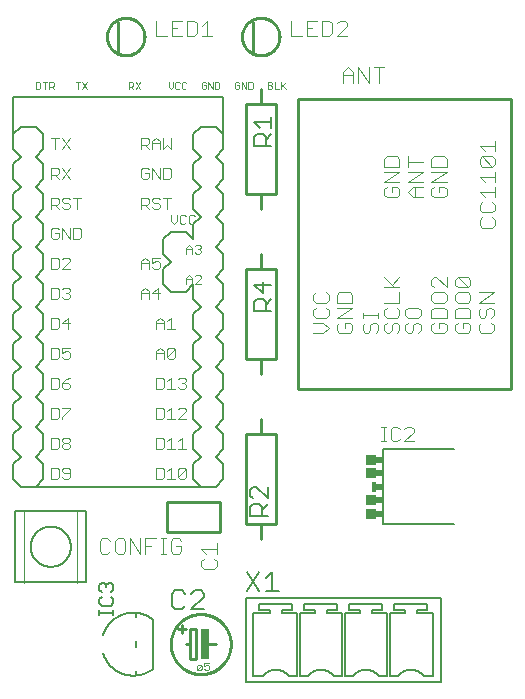
<source format=gto>
G75*
%MOIN*%
%OFA0B0*%
%FSLAX25Y25*%
%IPPOS*%
%LPD*%
%AMOC8*
5,1,8,0,0,1.08239X$1,22.5*
%
%ADD10C,0.00984*%
%ADD11C,0.00400*%
%ADD12C,0.01000*%
%ADD13C,0.00700*%
%ADD14C,0.00300*%
%ADD15R,0.02500X0.10000*%
%ADD16C,0.00787*%
%ADD17C,0.00394*%
%ADD18C,0.00800*%
%ADD19R,0.03150X0.02362*%
%ADD20R,0.03740X0.03543*%
%ADD21R,0.01378X0.03543*%
%ADD22C,0.00600*%
%ADD23C,0.00500*%
%ADD24C,0.00200*%
D10*
X0057935Y0056783D02*
X0075650Y0056787D01*
X0075650Y0066787D01*
X0057935Y0066783D01*
X0057935Y0056783D01*
X0063037Y0025537D02*
X0063037Y0023037D01*
X0061787Y0024287D02*
X0064287Y0024287D01*
X0059287Y0019287D02*
X0059290Y0019532D01*
X0059299Y0019778D01*
X0059314Y0020023D01*
X0059335Y0020267D01*
X0059362Y0020511D01*
X0059395Y0020754D01*
X0059434Y0020997D01*
X0059479Y0021238D01*
X0059530Y0021478D01*
X0059587Y0021717D01*
X0059649Y0021954D01*
X0059718Y0022190D01*
X0059792Y0022424D01*
X0059872Y0022656D01*
X0059957Y0022886D01*
X0060048Y0023114D01*
X0060145Y0023339D01*
X0060247Y0023563D01*
X0060355Y0023783D01*
X0060468Y0024001D01*
X0060586Y0024216D01*
X0060710Y0024428D01*
X0060838Y0024637D01*
X0060972Y0024843D01*
X0061111Y0025045D01*
X0061255Y0025244D01*
X0061404Y0025439D01*
X0061557Y0025631D01*
X0061715Y0025819D01*
X0061877Y0026003D01*
X0062045Y0026182D01*
X0062216Y0026358D01*
X0062392Y0026529D01*
X0062571Y0026697D01*
X0062755Y0026859D01*
X0062943Y0027017D01*
X0063135Y0027170D01*
X0063330Y0027319D01*
X0063529Y0027463D01*
X0063731Y0027602D01*
X0063937Y0027736D01*
X0064146Y0027864D01*
X0064358Y0027988D01*
X0064573Y0028106D01*
X0064791Y0028219D01*
X0065011Y0028327D01*
X0065235Y0028429D01*
X0065460Y0028526D01*
X0065688Y0028617D01*
X0065918Y0028702D01*
X0066150Y0028782D01*
X0066384Y0028856D01*
X0066620Y0028925D01*
X0066857Y0028987D01*
X0067096Y0029044D01*
X0067336Y0029095D01*
X0067577Y0029140D01*
X0067820Y0029179D01*
X0068063Y0029212D01*
X0068307Y0029239D01*
X0068551Y0029260D01*
X0068796Y0029275D01*
X0069042Y0029284D01*
X0069287Y0029287D01*
X0069532Y0029284D01*
X0069778Y0029275D01*
X0070023Y0029260D01*
X0070267Y0029239D01*
X0070511Y0029212D01*
X0070754Y0029179D01*
X0070997Y0029140D01*
X0071238Y0029095D01*
X0071478Y0029044D01*
X0071717Y0028987D01*
X0071954Y0028925D01*
X0072190Y0028856D01*
X0072424Y0028782D01*
X0072656Y0028702D01*
X0072886Y0028617D01*
X0073114Y0028526D01*
X0073339Y0028429D01*
X0073563Y0028327D01*
X0073783Y0028219D01*
X0074001Y0028106D01*
X0074216Y0027988D01*
X0074428Y0027864D01*
X0074637Y0027736D01*
X0074843Y0027602D01*
X0075045Y0027463D01*
X0075244Y0027319D01*
X0075439Y0027170D01*
X0075631Y0027017D01*
X0075819Y0026859D01*
X0076003Y0026697D01*
X0076182Y0026529D01*
X0076358Y0026358D01*
X0076529Y0026182D01*
X0076697Y0026003D01*
X0076859Y0025819D01*
X0077017Y0025631D01*
X0077170Y0025439D01*
X0077319Y0025244D01*
X0077463Y0025045D01*
X0077602Y0024843D01*
X0077736Y0024637D01*
X0077864Y0024428D01*
X0077988Y0024216D01*
X0078106Y0024001D01*
X0078219Y0023783D01*
X0078327Y0023563D01*
X0078429Y0023339D01*
X0078526Y0023114D01*
X0078617Y0022886D01*
X0078702Y0022656D01*
X0078782Y0022424D01*
X0078856Y0022190D01*
X0078925Y0021954D01*
X0078987Y0021717D01*
X0079044Y0021478D01*
X0079095Y0021238D01*
X0079140Y0020997D01*
X0079179Y0020754D01*
X0079212Y0020511D01*
X0079239Y0020267D01*
X0079260Y0020023D01*
X0079275Y0019778D01*
X0079284Y0019532D01*
X0079287Y0019287D01*
X0079284Y0019042D01*
X0079275Y0018796D01*
X0079260Y0018551D01*
X0079239Y0018307D01*
X0079212Y0018063D01*
X0079179Y0017820D01*
X0079140Y0017577D01*
X0079095Y0017336D01*
X0079044Y0017096D01*
X0078987Y0016857D01*
X0078925Y0016620D01*
X0078856Y0016384D01*
X0078782Y0016150D01*
X0078702Y0015918D01*
X0078617Y0015688D01*
X0078526Y0015460D01*
X0078429Y0015235D01*
X0078327Y0015011D01*
X0078219Y0014791D01*
X0078106Y0014573D01*
X0077988Y0014358D01*
X0077864Y0014146D01*
X0077736Y0013937D01*
X0077602Y0013731D01*
X0077463Y0013529D01*
X0077319Y0013330D01*
X0077170Y0013135D01*
X0077017Y0012943D01*
X0076859Y0012755D01*
X0076697Y0012571D01*
X0076529Y0012392D01*
X0076358Y0012216D01*
X0076182Y0012045D01*
X0076003Y0011877D01*
X0075819Y0011715D01*
X0075631Y0011557D01*
X0075439Y0011404D01*
X0075244Y0011255D01*
X0075045Y0011111D01*
X0074843Y0010972D01*
X0074637Y0010838D01*
X0074428Y0010710D01*
X0074216Y0010586D01*
X0074001Y0010468D01*
X0073783Y0010355D01*
X0073563Y0010247D01*
X0073339Y0010145D01*
X0073114Y0010048D01*
X0072886Y0009957D01*
X0072656Y0009872D01*
X0072424Y0009792D01*
X0072190Y0009718D01*
X0071954Y0009649D01*
X0071717Y0009587D01*
X0071478Y0009530D01*
X0071238Y0009479D01*
X0070997Y0009434D01*
X0070754Y0009395D01*
X0070511Y0009362D01*
X0070267Y0009335D01*
X0070023Y0009314D01*
X0069778Y0009299D01*
X0069532Y0009290D01*
X0069287Y0009287D01*
X0069042Y0009290D01*
X0068796Y0009299D01*
X0068551Y0009314D01*
X0068307Y0009335D01*
X0068063Y0009362D01*
X0067820Y0009395D01*
X0067577Y0009434D01*
X0067336Y0009479D01*
X0067096Y0009530D01*
X0066857Y0009587D01*
X0066620Y0009649D01*
X0066384Y0009718D01*
X0066150Y0009792D01*
X0065918Y0009872D01*
X0065688Y0009957D01*
X0065460Y0010048D01*
X0065235Y0010145D01*
X0065011Y0010247D01*
X0064791Y0010355D01*
X0064573Y0010468D01*
X0064358Y0010586D01*
X0064146Y0010710D01*
X0063937Y0010838D01*
X0063731Y0010972D01*
X0063529Y0011111D01*
X0063330Y0011255D01*
X0063135Y0011404D01*
X0062943Y0011557D01*
X0062755Y0011715D01*
X0062571Y0011877D01*
X0062392Y0012045D01*
X0062216Y0012216D01*
X0062045Y0012392D01*
X0061877Y0012571D01*
X0061715Y0012755D01*
X0061557Y0012943D01*
X0061404Y0013135D01*
X0061255Y0013330D01*
X0061111Y0013529D01*
X0060972Y0013731D01*
X0060838Y0013937D01*
X0060710Y0014146D01*
X0060586Y0014358D01*
X0060468Y0014573D01*
X0060355Y0014791D01*
X0060247Y0015011D01*
X0060145Y0015235D01*
X0060048Y0015460D01*
X0059957Y0015688D01*
X0059872Y0015918D01*
X0059792Y0016150D01*
X0059718Y0016384D01*
X0059649Y0016620D01*
X0059587Y0016857D01*
X0059530Y0017096D01*
X0059479Y0017336D01*
X0059434Y0017577D01*
X0059395Y0017820D01*
X0059362Y0018063D01*
X0059335Y0018307D01*
X0059314Y0018551D01*
X0059299Y0018796D01*
X0059290Y0019042D01*
X0059287Y0019287D01*
X0101787Y0104445D02*
X0172654Y0104445D01*
X0172654Y0200902D01*
X0101787Y0200902D01*
X0101787Y0104445D01*
X0086787Y0216787D02*
X0086787Y0226787D01*
X0083037Y0221787D02*
X0083039Y0221945D01*
X0083045Y0222102D01*
X0083055Y0222260D01*
X0083069Y0222417D01*
X0083087Y0222573D01*
X0083108Y0222730D01*
X0083134Y0222885D01*
X0083164Y0223040D01*
X0083197Y0223194D01*
X0083235Y0223347D01*
X0083276Y0223500D01*
X0083321Y0223651D01*
X0083370Y0223801D01*
X0083423Y0223949D01*
X0083479Y0224097D01*
X0083540Y0224242D01*
X0083603Y0224387D01*
X0083671Y0224529D01*
X0083742Y0224670D01*
X0083816Y0224809D01*
X0083894Y0224946D01*
X0083976Y0225081D01*
X0084060Y0225214D01*
X0084149Y0225345D01*
X0084240Y0225473D01*
X0084335Y0225600D01*
X0084432Y0225723D01*
X0084533Y0225845D01*
X0084637Y0225963D01*
X0084744Y0226079D01*
X0084854Y0226192D01*
X0084966Y0226303D01*
X0085082Y0226410D01*
X0085200Y0226515D01*
X0085320Y0226617D01*
X0085443Y0226715D01*
X0085569Y0226811D01*
X0085697Y0226903D01*
X0085827Y0226992D01*
X0085959Y0227078D01*
X0086094Y0227160D01*
X0086231Y0227239D01*
X0086369Y0227314D01*
X0086509Y0227386D01*
X0086652Y0227454D01*
X0086795Y0227519D01*
X0086941Y0227580D01*
X0087088Y0227637D01*
X0087236Y0227691D01*
X0087386Y0227741D01*
X0087536Y0227787D01*
X0087688Y0227829D01*
X0087841Y0227868D01*
X0087995Y0227902D01*
X0088150Y0227933D01*
X0088305Y0227959D01*
X0088461Y0227982D01*
X0088618Y0228001D01*
X0088775Y0228016D01*
X0088932Y0228027D01*
X0089090Y0228034D01*
X0089248Y0228037D01*
X0089405Y0228036D01*
X0089563Y0228031D01*
X0089720Y0228022D01*
X0089878Y0228009D01*
X0090034Y0227992D01*
X0090191Y0227971D01*
X0090346Y0227947D01*
X0090501Y0227918D01*
X0090656Y0227885D01*
X0090809Y0227849D01*
X0090962Y0227808D01*
X0091113Y0227764D01*
X0091263Y0227716D01*
X0091412Y0227665D01*
X0091560Y0227609D01*
X0091706Y0227550D01*
X0091851Y0227487D01*
X0091994Y0227420D01*
X0092135Y0227350D01*
X0092274Y0227277D01*
X0092412Y0227200D01*
X0092548Y0227119D01*
X0092681Y0227035D01*
X0092812Y0226948D01*
X0092941Y0226857D01*
X0093068Y0226763D01*
X0093193Y0226666D01*
X0093314Y0226566D01*
X0093434Y0226463D01*
X0093550Y0226357D01*
X0093664Y0226248D01*
X0093776Y0226136D01*
X0093884Y0226022D01*
X0093989Y0225904D01*
X0094092Y0225784D01*
X0094191Y0225662D01*
X0094287Y0225537D01*
X0094380Y0225409D01*
X0094470Y0225280D01*
X0094556Y0225148D01*
X0094640Y0225014D01*
X0094719Y0224878D01*
X0094796Y0224740D01*
X0094868Y0224600D01*
X0094937Y0224458D01*
X0095003Y0224315D01*
X0095065Y0224170D01*
X0095123Y0224023D01*
X0095178Y0223875D01*
X0095229Y0223726D01*
X0095276Y0223575D01*
X0095319Y0223424D01*
X0095358Y0223271D01*
X0095394Y0223117D01*
X0095425Y0222963D01*
X0095453Y0222808D01*
X0095477Y0222652D01*
X0095497Y0222495D01*
X0095513Y0222338D01*
X0095525Y0222181D01*
X0095533Y0222024D01*
X0095537Y0221866D01*
X0095537Y0221708D01*
X0095533Y0221550D01*
X0095525Y0221393D01*
X0095513Y0221236D01*
X0095497Y0221079D01*
X0095477Y0220922D01*
X0095453Y0220766D01*
X0095425Y0220611D01*
X0095394Y0220457D01*
X0095358Y0220303D01*
X0095319Y0220150D01*
X0095276Y0219999D01*
X0095229Y0219848D01*
X0095178Y0219699D01*
X0095123Y0219551D01*
X0095065Y0219404D01*
X0095003Y0219259D01*
X0094937Y0219116D01*
X0094868Y0218974D01*
X0094796Y0218834D01*
X0094719Y0218696D01*
X0094640Y0218560D01*
X0094556Y0218426D01*
X0094470Y0218294D01*
X0094380Y0218165D01*
X0094287Y0218037D01*
X0094191Y0217912D01*
X0094092Y0217790D01*
X0093989Y0217670D01*
X0093884Y0217552D01*
X0093776Y0217438D01*
X0093664Y0217326D01*
X0093550Y0217217D01*
X0093434Y0217111D01*
X0093314Y0217008D01*
X0093193Y0216908D01*
X0093068Y0216811D01*
X0092941Y0216717D01*
X0092812Y0216626D01*
X0092681Y0216539D01*
X0092548Y0216455D01*
X0092412Y0216374D01*
X0092274Y0216297D01*
X0092135Y0216224D01*
X0091994Y0216154D01*
X0091851Y0216087D01*
X0091706Y0216024D01*
X0091560Y0215965D01*
X0091412Y0215909D01*
X0091263Y0215858D01*
X0091113Y0215810D01*
X0090962Y0215766D01*
X0090809Y0215725D01*
X0090656Y0215689D01*
X0090501Y0215656D01*
X0090346Y0215627D01*
X0090191Y0215603D01*
X0090034Y0215582D01*
X0089878Y0215565D01*
X0089720Y0215552D01*
X0089563Y0215543D01*
X0089405Y0215538D01*
X0089248Y0215537D01*
X0089090Y0215540D01*
X0088932Y0215547D01*
X0088775Y0215558D01*
X0088618Y0215573D01*
X0088461Y0215592D01*
X0088305Y0215615D01*
X0088150Y0215641D01*
X0087995Y0215672D01*
X0087841Y0215706D01*
X0087688Y0215745D01*
X0087536Y0215787D01*
X0087386Y0215833D01*
X0087236Y0215883D01*
X0087088Y0215937D01*
X0086941Y0215994D01*
X0086795Y0216055D01*
X0086652Y0216120D01*
X0086509Y0216188D01*
X0086369Y0216260D01*
X0086231Y0216335D01*
X0086094Y0216414D01*
X0085959Y0216496D01*
X0085827Y0216582D01*
X0085697Y0216671D01*
X0085569Y0216763D01*
X0085443Y0216859D01*
X0085320Y0216957D01*
X0085200Y0217059D01*
X0085082Y0217164D01*
X0084966Y0217271D01*
X0084854Y0217382D01*
X0084744Y0217495D01*
X0084637Y0217611D01*
X0084533Y0217729D01*
X0084432Y0217851D01*
X0084335Y0217974D01*
X0084240Y0218101D01*
X0084149Y0218229D01*
X0084060Y0218360D01*
X0083976Y0218493D01*
X0083894Y0218628D01*
X0083816Y0218765D01*
X0083742Y0218904D01*
X0083671Y0219045D01*
X0083603Y0219187D01*
X0083540Y0219332D01*
X0083479Y0219477D01*
X0083423Y0219625D01*
X0083370Y0219773D01*
X0083321Y0219923D01*
X0083276Y0220074D01*
X0083235Y0220227D01*
X0083197Y0220380D01*
X0083164Y0220534D01*
X0083134Y0220689D01*
X0083108Y0220844D01*
X0083087Y0221001D01*
X0083069Y0221157D01*
X0083055Y0221314D01*
X0083045Y0221472D01*
X0083039Y0221629D01*
X0083037Y0221787D01*
X0038037Y0221787D02*
X0038039Y0221945D01*
X0038045Y0222102D01*
X0038055Y0222260D01*
X0038069Y0222417D01*
X0038087Y0222573D01*
X0038108Y0222730D01*
X0038134Y0222885D01*
X0038164Y0223040D01*
X0038197Y0223194D01*
X0038235Y0223347D01*
X0038276Y0223500D01*
X0038321Y0223651D01*
X0038370Y0223801D01*
X0038423Y0223949D01*
X0038479Y0224097D01*
X0038540Y0224242D01*
X0038603Y0224387D01*
X0038671Y0224529D01*
X0038742Y0224670D01*
X0038816Y0224809D01*
X0038894Y0224946D01*
X0038976Y0225081D01*
X0039060Y0225214D01*
X0039149Y0225345D01*
X0039240Y0225473D01*
X0039335Y0225600D01*
X0039432Y0225723D01*
X0039533Y0225845D01*
X0039637Y0225963D01*
X0039744Y0226079D01*
X0039854Y0226192D01*
X0039966Y0226303D01*
X0040082Y0226410D01*
X0040200Y0226515D01*
X0040320Y0226617D01*
X0040443Y0226715D01*
X0040569Y0226811D01*
X0040697Y0226903D01*
X0040827Y0226992D01*
X0040959Y0227078D01*
X0041094Y0227160D01*
X0041231Y0227239D01*
X0041369Y0227314D01*
X0041509Y0227386D01*
X0041652Y0227454D01*
X0041795Y0227519D01*
X0041941Y0227580D01*
X0042088Y0227637D01*
X0042236Y0227691D01*
X0042386Y0227741D01*
X0042536Y0227787D01*
X0042688Y0227829D01*
X0042841Y0227868D01*
X0042995Y0227902D01*
X0043150Y0227933D01*
X0043305Y0227959D01*
X0043461Y0227982D01*
X0043618Y0228001D01*
X0043775Y0228016D01*
X0043932Y0228027D01*
X0044090Y0228034D01*
X0044248Y0228037D01*
X0044405Y0228036D01*
X0044563Y0228031D01*
X0044720Y0228022D01*
X0044878Y0228009D01*
X0045034Y0227992D01*
X0045191Y0227971D01*
X0045346Y0227947D01*
X0045501Y0227918D01*
X0045656Y0227885D01*
X0045809Y0227849D01*
X0045962Y0227808D01*
X0046113Y0227764D01*
X0046263Y0227716D01*
X0046412Y0227665D01*
X0046560Y0227609D01*
X0046706Y0227550D01*
X0046851Y0227487D01*
X0046994Y0227420D01*
X0047135Y0227350D01*
X0047274Y0227277D01*
X0047412Y0227200D01*
X0047548Y0227119D01*
X0047681Y0227035D01*
X0047812Y0226948D01*
X0047941Y0226857D01*
X0048068Y0226763D01*
X0048193Y0226666D01*
X0048314Y0226566D01*
X0048434Y0226463D01*
X0048550Y0226357D01*
X0048664Y0226248D01*
X0048776Y0226136D01*
X0048884Y0226022D01*
X0048989Y0225904D01*
X0049092Y0225784D01*
X0049191Y0225662D01*
X0049287Y0225537D01*
X0049380Y0225409D01*
X0049470Y0225280D01*
X0049556Y0225148D01*
X0049640Y0225014D01*
X0049719Y0224878D01*
X0049796Y0224740D01*
X0049868Y0224600D01*
X0049937Y0224458D01*
X0050003Y0224315D01*
X0050065Y0224170D01*
X0050123Y0224023D01*
X0050178Y0223875D01*
X0050229Y0223726D01*
X0050276Y0223575D01*
X0050319Y0223424D01*
X0050358Y0223271D01*
X0050394Y0223117D01*
X0050425Y0222963D01*
X0050453Y0222808D01*
X0050477Y0222652D01*
X0050497Y0222495D01*
X0050513Y0222338D01*
X0050525Y0222181D01*
X0050533Y0222024D01*
X0050537Y0221866D01*
X0050537Y0221708D01*
X0050533Y0221550D01*
X0050525Y0221393D01*
X0050513Y0221236D01*
X0050497Y0221079D01*
X0050477Y0220922D01*
X0050453Y0220766D01*
X0050425Y0220611D01*
X0050394Y0220457D01*
X0050358Y0220303D01*
X0050319Y0220150D01*
X0050276Y0219999D01*
X0050229Y0219848D01*
X0050178Y0219699D01*
X0050123Y0219551D01*
X0050065Y0219404D01*
X0050003Y0219259D01*
X0049937Y0219116D01*
X0049868Y0218974D01*
X0049796Y0218834D01*
X0049719Y0218696D01*
X0049640Y0218560D01*
X0049556Y0218426D01*
X0049470Y0218294D01*
X0049380Y0218165D01*
X0049287Y0218037D01*
X0049191Y0217912D01*
X0049092Y0217790D01*
X0048989Y0217670D01*
X0048884Y0217552D01*
X0048776Y0217438D01*
X0048664Y0217326D01*
X0048550Y0217217D01*
X0048434Y0217111D01*
X0048314Y0217008D01*
X0048193Y0216908D01*
X0048068Y0216811D01*
X0047941Y0216717D01*
X0047812Y0216626D01*
X0047681Y0216539D01*
X0047548Y0216455D01*
X0047412Y0216374D01*
X0047274Y0216297D01*
X0047135Y0216224D01*
X0046994Y0216154D01*
X0046851Y0216087D01*
X0046706Y0216024D01*
X0046560Y0215965D01*
X0046412Y0215909D01*
X0046263Y0215858D01*
X0046113Y0215810D01*
X0045962Y0215766D01*
X0045809Y0215725D01*
X0045656Y0215689D01*
X0045501Y0215656D01*
X0045346Y0215627D01*
X0045191Y0215603D01*
X0045034Y0215582D01*
X0044878Y0215565D01*
X0044720Y0215552D01*
X0044563Y0215543D01*
X0044405Y0215538D01*
X0044248Y0215537D01*
X0044090Y0215540D01*
X0043932Y0215547D01*
X0043775Y0215558D01*
X0043618Y0215573D01*
X0043461Y0215592D01*
X0043305Y0215615D01*
X0043150Y0215641D01*
X0042995Y0215672D01*
X0042841Y0215706D01*
X0042688Y0215745D01*
X0042536Y0215787D01*
X0042386Y0215833D01*
X0042236Y0215883D01*
X0042088Y0215937D01*
X0041941Y0215994D01*
X0041795Y0216055D01*
X0041652Y0216120D01*
X0041509Y0216188D01*
X0041369Y0216260D01*
X0041231Y0216335D01*
X0041094Y0216414D01*
X0040959Y0216496D01*
X0040827Y0216582D01*
X0040697Y0216671D01*
X0040569Y0216763D01*
X0040443Y0216859D01*
X0040320Y0216957D01*
X0040200Y0217059D01*
X0040082Y0217164D01*
X0039966Y0217271D01*
X0039854Y0217382D01*
X0039744Y0217495D01*
X0039637Y0217611D01*
X0039533Y0217729D01*
X0039432Y0217851D01*
X0039335Y0217974D01*
X0039240Y0218101D01*
X0039149Y0218229D01*
X0039060Y0218360D01*
X0038976Y0218493D01*
X0038894Y0218628D01*
X0038816Y0218765D01*
X0038742Y0218904D01*
X0038671Y0219045D01*
X0038603Y0219187D01*
X0038540Y0219332D01*
X0038479Y0219477D01*
X0038423Y0219625D01*
X0038370Y0219773D01*
X0038321Y0219923D01*
X0038276Y0220074D01*
X0038235Y0220227D01*
X0038197Y0220380D01*
X0038164Y0220534D01*
X0038134Y0220689D01*
X0038108Y0220844D01*
X0038087Y0221001D01*
X0038069Y0221157D01*
X0038055Y0221314D01*
X0038045Y0221472D01*
X0038039Y0221629D01*
X0038037Y0221787D01*
X0041787Y0226787D02*
X0041787Y0216787D01*
D11*
X0054487Y0221987D02*
X0057898Y0221987D01*
X0059563Y0221987D02*
X0062973Y0221987D01*
X0064638Y0221987D02*
X0067196Y0221987D01*
X0068049Y0222840D01*
X0068049Y0226251D01*
X0067196Y0227104D01*
X0064638Y0227104D01*
X0064638Y0221987D01*
X0061268Y0224545D02*
X0059563Y0224545D01*
X0059563Y0221987D02*
X0059563Y0227104D01*
X0062973Y0227104D01*
X0069713Y0225398D02*
X0071418Y0227104D01*
X0071418Y0221987D01*
X0069713Y0221987D02*
X0073124Y0221987D01*
X0054487Y0221987D02*
X0054487Y0227104D01*
X0099487Y0227104D02*
X0099487Y0221987D01*
X0102898Y0221987D01*
X0104563Y0221987D02*
X0107973Y0221987D01*
X0109638Y0221987D02*
X0112196Y0221987D01*
X0113049Y0222840D01*
X0113049Y0226251D01*
X0112196Y0227104D01*
X0109638Y0227104D01*
X0109638Y0221987D01*
X0106268Y0224545D02*
X0104563Y0224545D01*
X0104563Y0221987D02*
X0104563Y0227104D01*
X0107973Y0227104D01*
X0114713Y0226251D02*
X0115566Y0227104D01*
X0117271Y0227104D01*
X0118124Y0226251D01*
X0118124Y0225398D01*
X0114713Y0221987D01*
X0118124Y0221987D01*
X0118467Y0211592D02*
X0120173Y0209886D01*
X0120173Y0206476D01*
X0121837Y0206476D02*
X0121837Y0211592D01*
X0125248Y0206476D01*
X0125248Y0211592D01*
X0126912Y0211592D02*
X0130323Y0211592D01*
X0128618Y0211592D02*
X0128618Y0206476D01*
X0120173Y0209034D02*
X0116762Y0209034D01*
X0116762Y0209886D02*
X0118467Y0211592D01*
X0116762Y0209886D02*
X0116762Y0206476D01*
X0131261Y0181828D02*
X0130408Y0180975D01*
X0130408Y0178417D01*
X0135524Y0178417D01*
X0135524Y0180975D01*
X0134672Y0181828D01*
X0131261Y0181828D01*
X0130408Y0176753D02*
X0135524Y0176753D01*
X0130408Y0173342D01*
X0135524Y0173342D01*
X0134672Y0171678D02*
X0132966Y0171678D01*
X0132966Y0169972D01*
X0131261Y0168267D02*
X0134672Y0168267D01*
X0135524Y0169120D01*
X0135524Y0170825D01*
X0134672Y0171678D01*
X0131261Y0171678D02*
X0130408Y0170825D01*
X0130408Y0169120D01*
X0131261Y0168267D01*
X0138282Y0169972D02*
X0139988Y0171678D01*
X0143398Y0171678D01*
X0143398Y0173342D02*
X0138282Y0173342D01*
X0143398Y0176753D01*
X0138282Y0176753D01*
X0138282Y0178417D02*
X0138282Y0181828D01*
X0138282Y0180123D02*
X0143398Y0180123D01*
X0146156Y0180975D02*
X0146156Y0178417D01*
X0151272Y0178417D01*
X0151272Y0180975D01*
X0150420Y0181828D01*
X0147009Y0181828D01*
X0146156Y0180975D01*
X0146156Y0176753D02*
X0151272Y0176753D01*
X0146156Y0173342D01*
X0151272Y0173342D01*
X0150420Y0171678D02*
X0148714Y0171678D01*
X0148714Y0169972D01*
X0147009Y0168267D02*
X0150420Y0168267D01*
X0151272Y0169120D01*
X0151272Y0170825D01*
X0150420Y0171678D01*
X0147009Y0171678D02*
X0146156Y0170825D01*
X0146156Y0169120D01*
X0147009Y0168267D01*
X0143398Y0168267D02*
X0139988Y0168267D01*
X0138282Y0169972D01*
X0140840Y0168267D02*
X0140840Y0171678D01*
X0162219Y0169965D02*
X0167335Y0169965D01*
X0167335Y0168260D02*
X0167335Y0171671D01*
X0167335Y0173335D02*
X0167335Y0176746D01*
X0167335Y0175040D02*
X0162219Y0175040D01*
X0163925Y0173335D01*
X0162219Y0169965D02*
X0163925Y0168260D01*
X0163072Y0166595D02*
X0162219Y0165743D01*
X0162219Y0164037D01*
X0163072Y0163185D01*
X0166483Y0163185D01*
X0167335Y0164037D01*
X0167335Y0165743D01*
X0166483Y0166595D01*
X0166483Y0161520D02*
X0167335Y0160668D01*
X0167335Y0158962D01*
X0166483Y0158109D01*
X0163072Y0158109D01*
X0162219Y0158962D01*
X0162219Y0160668D01*
X0163072Y0161520D01*
X0163072Y0178410D02*
X0162219Y0179263D01*
X0162219Y0180968D01*
X0163072Y0181821D01*
X0166483Y0178410D01*
X0167335Y0179263D01*
X0167335Y0180968D01*
X0166483Y0181821D01*
X0163072Y0181821D01*
X0163925Y0183485D02*
X0162219Y0185191D01*
X0167335Y0185191D01*
X0167335Y0186896D02*
X0167335Y0183485D01*
X0166483Y0178410D02*
X0163072Y0178410D01*
X0158294Y0141628D02*
X0154883Y0141628D01*
X0158294Y0138217D01*
X0159146Y0139070D01*
X0159146Y0140775D01*
X0158294Y0141628D01*
X0154883Y0141628D02*
X0154030Y0140775D01*
X0154030Y0139070D01*
X0154883Y0138217D01*
X0158294Y0138217D01*
X0158294Y0136553D02*
X0154883Y0136553D01*
X0154030Y0135700D01*
X0154030Y0133994D01*
X0154883Y0133142D01*
X0158294Y0133142D01*
X0159146Y0133994D01*
X0159146Y0135700D01*
X0158294Y0136553D01*
X0161904Y0136553D02*
X0167020Y0136553D01*
X0161904Y0133142D01*
X0167020Y0133142D01*
X0166168Y0131477D02*
X0167020Y0130625D01*
X0167020Y0128919D01*
X0166168Y0128067D01*
X0166168Y0126402D02*
X0167020Y0125549D01*
X0167020Y0123844D01*
X0166168Y0122991D01*
X0162757Y0122991D01*
X0161904Y0123844D01*
X0161904Y0125549D01*
X0162757Y0126402D01*
X0162757Y0128067D02*
X0163610Y0128067D01*
X0164462Y0128919D01*
X0164462Y0130625D01*
X0165315Y0131477D01*
X0166168Y0131477D01*
X0162757Y0131477D02*
X0161904Y0130625D01*
X0161904Y0128919D01*
X0162757Y0128067D01*
X0159146Y0128067D02*
X0159146Y0130625D01*
X0158294Y0131477D01*
X0154883Y0131477D01*
X0154030Y0130625D01*
X0154030Y0128067D01*
X0159146Y0128067D01*
X0158294Y0126402D02*
X0156588Y0126402D01*
X0156588Y0124697D01*
X0154883Y0126402D02*
X0154030Y0125549D01*
X0154030Y0123844D01*
X0154883Y0122991D01*
X0158294Y0122991D01*
X0159146Y0123844D01*
X0159146Y0125549D01*
X0158294Y0126402D01*
X0151272Y0125549D02*
X0151272Y0123844D01*
X0150420Y0122991D01*
X0147009Y0122991D01*
X0146156Y0123844D01*
X0146156Y0125549D01*
X0147009Y0126402D01*
X0148714Y0126402D02*
X0148714Y0124697D01*
X0148714Y0126402D02*
X0150420Y0126402D01*
X0151272Y0125549D01*
X0151272Y0128067D02*
X0151272Y0130625D01*
X0150420Y0131477D01*
X0147009Y0131477D01*
X0146156Y0130625D01*
X0146156Y0128067D01*
X0151272Y0128067D01*
X0150420Y0133142D02*
X0147009Y0133142D01*
X0146156Y0133994D01*
X0146156Y0135700D01*
X0147009Y0136553D01*
X0150420Y0136553D01*
X0151272Y0135700D01*
X0151272Y0133994D01*
X0150420Y0133142D01*
X0151272Y0138217D02*
X0147862Y0141628D01*
X0147009Y0141628D01*
X0146156Y0140775D01*
X0146156Y0139070D01*
X0147009Y0138217D01*
X0151272Y0138217D02*
X0151272Y0141628D01*
X0141798Y0131477D02*
X0142650Y0130625D01*
X0142650Y0128919D01*
X0141798Y0128067D01*
X0138387Y0128067D01*
X0137534Y0128919D01*
X0137534Y0130625D01*
X0138387Y0131477D01*
X0141798Y0131477D01*
X0141798Y0126402D02*
X0140945Y0126402D01*
X0140092Y0125549D01*
X0140092Y0123844D01*
X0139240Y0122991D01*
X0138387Y0122991D01*
X0137534Y0123844D01*
X0137534Y0125549D01*
X0138387Y0126402D01*
X0135524Y0125549D02*
X0135524Y0123844D01*
X0134672Y0122991D01*
X0132966Y0123844D02*
X0132966Y0125549D01*
X0133819Y0126402D01*
X0134672Y0126402D01*
X0135524Y0125549D01*
X0134672Y0128067D02*
X0135524Y0128919D01*
X0135524Y0130625D01*
X0134672Y0131477D01*
X0135524Y0133142D02*
X0135524Y0136553D01*
X0135524Y0138217D02*
X0130408Y0138217D01*
X0132966Y0139070D02*
X0135524Y0141628D01*
X0133819Y0138217D02*
X0130408Y0141628D01*
X0130408Y0133142D02*
X0135524Y0133142D01*
X0131261Y0131477D02*
X0130408Y0130625D01*
X0130408Y0128919D01*
X0131261Y0128067D01*
X0134672Y0128067D01*
X0131261Y0126402D02*
X0130408Y0125549D01*
X0130408Y0123844D01*
X0131261Y0122991D01*
X0132114Y0122991D01*
X0132966Y0123844D01*
X0128398Y0123844D02*
X0127546Y0122991D01*
X0128398Y0123844D02*
X0128398Y0125549D01*
X0127546Y0126402D01*
X0126693Y0126402D01*
X0125840Y0125549D01*
X0125840Y0123844D01*
X0124988Y0122991D01*
X0124135Y0122991D01*
X0123282Y0123844D01*
X0123282Y0125549D01*
X0124135Y0126402D01*
X0123282Y0128067D02*
X0123282Y0129772D01*
X0123282Y0128919D02*
X0128398Y0128919D01*
X0128398Y0128067D02*
X0128398Y0129772D01*
X0119776Y0131477D02*
X0114660Y0131477D01*
X0114660Y0133142D02*
X0114660Y0135700D01*
X0115513Y0136553D01*
X0118924Y0136553D01*
X0119776Y0135700D01*
X0119776Y0133142D01*
X0114660Y0133142D01*
X0111902Y0133994D02*
X0111050Y0133142D01*
X0107639Y0133142D01*
X0106786Y0133994D01*
X0106786Y0135700D01*
X0107639Y0136553D01*
X0111050Y0136553D02*
X0111902Y0135700D01*
X0111902Y0133994D01*
X0111050Y0131477D02*
X0111902Y0130625D01*
X0111902Y0128919D01*
X0111050Y0128067D01*
X0107639Y0128067D01*
X0106786Y0128919D01*
X0106786Y0130625D01*
X0107639Y0131477D01*
X0106786Y0126402D02*
X0110197Y0126402D01*
X0111902Y0124697D01*
X0110197Y0122991D01*
X0106786Y0122991D01*
X0114660Y0123844D02*
X0115513Y0122991D01*
X0118924Y0122991D01*
X0119776Y0123844D01*
X0119776Y0125549D01*
X0118924Y0126402D01*
X0117218Y0126402D01*
X0117218Y0124697D01*
X0115513Y0126402D02*
X0114660Y0125549D01*
X0114660Y0123844D01*
X0114660Y0128067D02*
X0119776Y0131477D01*
X0119776Y0128067D02*
X0114660Y0128067D01*
X0141798Y0126402D02*
X0142650Y0125549D01*
X0142650Y0123844D01*
X0141798Y0122991D01*
X0139463Y0091591D02*
X0137928Y0091591D01*
X0137161Y0090824D01*
X0135626Y0090824D02*
X0134859Y0091591D01*
X0133324Y0091591D01*
X0132557Y0090824D01*
X0132557Y0087755D01*
X0133324Y0086987D01*
X0134859Y0086987D01*
X0135626Y0087755D01*
X0137161Y0086987D02*
X0140230Y0090057D01*
X0140230Y0090824D01*
X0139463Y0091591D01*
X0140230Y0086987D02*
X0137161Y0086987D01*
X0131022Y0086987D02*
X0129487Y0086987D01*
X0130255Y0086987D02*
X0130255Y0091591D01*
X0131022Y0091591D02*
X0129487Y0091591D01*
X0074599Y0052823D02*
X0074599Y0049412D01*
X0074599Y0051118D02*
X0069483Y0051118D01*
X0071188Y0049412D01*
X0070336Y0047748D02*
X0069483Y0046895D01*
X0069483Y0045190D01*
X0070336Y0044337D01*
X0073747Y0044337D01*
X0074599Y0045190D01*
X0074599Y0046895D01*
X0073747Y0047748D01*
X0062729Y0050236D02*
X0061876Y0049383D01*
X0060171Y0049383D01*
X0059318Y0050236D01*
X0059318Y0053647D01*
X0060171Y0054499D01*
X0061876Y0054499D01*
X0062729Y0053647D01*
X0062729Y0051941D02*
X0061023Y0051941D01*
X0062729Y0051941D02*
X0062729Y0050236D01*
X0057640Y0049383D02*
X0055935Y0049383D01*
X0056787Y0049383D02*
X0056787Y0054499D01*
X0055935Y0054499D02*
X0057640Y0054499D01*
X0054270Y0054499D02*
X0050859Y0054499D01*
X0050859Y0049383D01*
X0049195Y0049383D02*
X0049195Y0054499D01*
X0050859Y0051941D02*
X0052565Y0051941D01*
X0049195Y0049383D02*
X0045784Y0054499D01*
X0045784Y0049383D01*
X0044120Y0050236D02*
X0044120Y0053647D01*
X0043267Y0054499D01*
X0041562Y0054499D01*
X0040709Y0053647D01*
X0040709Y0050236D01*
X0041562Y0049383D01*
X0043267Y0049383D01*
X0044120Y0050236D01*
X0039045Y0050236D02*
X0038192Y0049383D01*
X0036487Y0049383D01*
X0035634Y0050236D01*
X0035634Y0053647D01*
X0036487Y0054499D01*
X0038192Y0054499D01*
X0039045Y0053647D01*
D12*
X0064287Y0019287D02*
X0065587Y0019287D01*
X0065587Y0014287D01*
X0067587Y0014287D01*
X0067587Y0024287D01*
X0065587Y0024287D01*
X0065587Y0019287D01*
X0071787Y0019287D02*
X0074287Y0019287D01*
X0089287Y0054287D02*
X0089287Y0059287D01*
X0084287Y0059287D01*
X0084287Y0089287D01*
X0089287Y0089287D01*
X0089287Y0094287D01*
X0089287Y0089287D02*
X0094287Y0089287D01*
X0094287Y0059287D01*
X0089287Y0059287D01*
X0089287Y0109287D02*
X0089287Y0114287D01*
X0094287Y0114287D01*
X0094287Y0144287D01*
X0089287Y0144287D01*
X0084287Y0144287D01*
X0084287Y0114287D01*
X0089287Y0114287D01*
X0089287Y0144287D02*
X0089287Y0149287D01*
X0089287Y0164287D02*
X0089287Y0169287D01*
X0094287Y0169287D01*
X0094287Y0199287D01*
X0089287Y0199287D01*
X0084287Y0199287D01*
X0084287Y0169287D01*
X0089287Y0169287D01*
X0089287Y0199287D02*
X0089287Y0204287D01*
D13*
X0088841Y0043443D02*
X0084637Y0037137D01*
X0088841Y0037137D02*
X0084637Y0043443D01*
X0091083Y0041341D02*
X0093185Y0043443D01*
X0093185Y0037137D01*
X0095286Y0037137D02*
X0091083Y0037137D01*
X0070386Y0036142D02*
X0070386Y0035091D01*
X0066183Y0030887D01*
X0070386Y0030887D01*
X0070386Y0036142D02*
X0069336Y0037193D01*
X0067234Y0037193D01*
X0066183Y0036142D01*
X0063941Y0036142D02*
X0062890Y0037193D01*
X0060788Y0037193D01*
X0059737Y0036142D01*
X0059737Y0031938D01*
X0060788Y0030887D01*
X0062890Y0030887D01*
X0063941Y0031938D01*
D14*
X0070475Y0013145D02*
X0070475Y0011916D01*
X0071294Y0012326D01*
X0071704Y0012326D01*
X0072114Y0011916D01*
X0072114Y0011097D01*
X0071704Y0010687D01*
X0070885Y0010687D01*
X0070475Y0011097D01*
X0069576Y0011097D02*
X0069576Y0011916D01*
X0069166Y0012326D01*
X0068347Y0012326D01*
X0067937Y0011916D01*
X0067937Y0011097D01*
X0068347Y0010687D01*
X0069166Y0010687D01*
X0069576Y0011097D01*
X0069576Y0012326D02*
X0067937Y0010687D01*
X0070475Y0013145D02*
X0072114Y0013145D01*
X0063655Y0074437D02*
X0062421Y0074437D01*
X0061804Y0075055D01*
X0064272Y0077523D01*
X0064272Y0075055D01*
X0063655Y0074437D01*
X0061804Y0075055D02*
X0061804Y0077523D01*
X0062421Y0078141D01*
X0063655Y0078141D01*
X0064272Y0077523D01*
X0060589Y0074437D02*
X0058121Y0074437D01*
X0059355Y0074437D02*
X0059355Y0078141D01*
X0058121Y0076906D01*
X0056906Y0077523D02*
X0056906Y0075055D01*
X0056289Y0074437D01*
X0054437Y0074437D01*
X0054437Y0078141D01*
X0056289Y0078141D01*
X0056906Y0077523D01*
X0056289Y0084437D02*
X0054437Y0084437D01*
X0054437Y0088141D01*
X0056289Y0088141D01*
X0056906Y0087523D01*
X0056906Y0085055D01*
X0056289Y0084437D01*
X0058121Y0084437D02*
X0060589Y0084437D01*
X0061804Y0084437D02*
X0064272Y0084437D01*
X0063038Y0084437D02*
X0063038Y0088141D01*
X0061804Y0086906D01*
X0059355Y0088141D02*
X0059355Y0084437D01*
X0058121Y0086906D02*
X0059355Y0088141D01*
X0059355Y0094437D02*
X0059355Y0098141D01*
X0058121Y0096906D01*
X0056906Y0097523D02*
X0056906Y0095055D01*
X0056289Y0094437D01*
X0054437Y0094437D01*
X0054437Y0098141D01*
X0056289Y0098141D01*
X0056906Y0097523D01*
X0058121Y0094437D02*
X0060589Y0094437D01*
X0061804Y0094437D02*
X0064272Y0096906D01*
X0064272Y0097523D01*
X0063655Y0098141D01*
X0062421Y0098141D01*
X0061804Y0097523D01*
X0061804Y0094437D02*
X0064272Y0094437D01*
X0063655Y0104437D02*
X0062421Y0104437D01*
X0061804Y0105055D01*
X0060589Y0104437D02*
X0058121Y0104437D01*
X0059355Y0104437D02*
X0059355Y0108141D01*
X0058121Y0106906D01*
X0056906Y0107523D02*
X0056906Y0105055D01*
X0056289Y0104437D01*
X0054437Y0104437D01*
X0054437Y0108141D01*
X0056289Y0108141D01*
X0056906Y0107523D01*
X0061804Y0107523D02*
X0062421Y0108141D01*
X0063655Y0108141D01*
X0064272Y0107523D01*
X0064272Y0106906D01*
X0063655Y0106289D01*
X0064272Y0105672D01*
X0064272Y0105055D01*
X0063655Y0104437D01*
X0063655Y0106289D02*
X0063038Y0106289D01*
X0059972Y0114437D02*
X0058738Y0114437D01*
X0058121Y0115055D01*
X0060589Y0117523D01*
X0060589Y0115055D01*
X0059972Y0114437D01*
X0058121Y0115055D02*
X0058121Y0117523D01*
X0058738Y0118141D01*
X0059972Y0118141D01*
X0060589Y0117523D01*
X0056906Y0116906D02*
X0056906Y0114437D01*
X0056906Y0116289D02*
X0054437Y0116289D01*
X0054437Y0116906D02*
X0055672Y0118141D01*
X0056906Y0116906D01*
X0054437Y0116906D02*
X0054437Y0114437D01*
X0054437Y0124437D02*
X0054437Y0126906D01*
X0055672Y0128141D01*
X0056906Y0126906D01*
X0056906Y0124437D01*
X0058121Y0124437D02*
X0060589Y0124437D01*
X0059355Y0124437D02*
X0059355Y0128141D01*
X0058121Y0126906D01*
X0056906Y0126289D02*
X0054437Y0126289D01*
X0054972Y0134437D02*
X0054972Y0138141D01*
X0053121Y0136289D01*
X0055589Y0136289D01*
X0051906Y0136289D02*
X0049437Y0136289D01*
X0049437Y0136906D02*
X0050672Y0138141D01*
X0051906Y0136906D01*
X0051906Y0134437D01*
X0049437Y0134437D02*
X0049437Y0136906D01*
X0049437Y0144437D02*
X0049437Y0146906D01*
X0050672Y0148141D01*
X0051906Y0146906D01*
X0051906Y0144437D01*
X0053121Y0145055D02*
X0053738Y0144437D01*
X0054972Y0144437D01*
X0055589Y0145055D01*
X0055589Y0146289D01*
X0054972Y0146906D01*
X0054355Y0146906D01*
X0053121Y0146289D01*
X0053121Y0148141D01*
X0055589Y0148141D01*
X0051906Y0146289D02*
X0049437Y0146289D01*
X0060405Y0159437D02*
X0059437Y0160405D01*
X0059437Y0162340D01*
X0061372Y0162340D02*
X0061372Y0160405D01*
X0060405Y0159437D01*
X0062384Y0159921D02*
X0062384Y0161856D01*
X0062868Y0162340D01*
X0063835Y0162340D01*
X0064319Y0161856D01*
X0065330Y0161856D02*
X0065330Y0159921D01*
X0065814Y0159437D01*
X0066782Y0159437D01*
X0067265Y0159921D01*
X0067265Y0161856D02*
X0066782Y0162340D01*
X0065814Y0162340D01*
X0065330Y0161856D01*
X0064319Y0159921D02*
X0063835Y0159437D01*
X0062868Y0159437D01*
X0062384Y0159921D01*
X0058038Y0164437D02*
X0058038Y0168141D01*
X0056804Y0168141D02*
X0059272Y0168141D01*
X0055589Y0167523D02*
X0054972Y0168141D01*
X0053738Y0168141D01*
X0053121Y0167523D01*
X0053121Y0166906D01*
X0053738Y0166289D01*
X0054972Y0166289D01*
X0055589Y0165672D01*
X0055589Y0165055D01*
X0054972Y0164437D01*
X0053738Y0164437D01*
X0053121Y0165055D01*
X0051906Y0164437D02*
X0050672Y0165672D01*
X0051289Y0165672D02*
X0049437Y0165672D01*
X0049437Y0164437D02*
X0049437Y0168141D01*
X0051289Y0168141D01*
X0051906Y0167523D01*
X0051906Y0166289D01*
X0051289Y0165672D01*
X0051289Y0174437D02*
X0050055Y0174437D01*
X0049437Y0175055D01*
X0049437Y0177523D01*
X0050055Y0178141D01*
X0051289Y0178141D01*
X0051906Y0177523D01*
X0051906Y0176289D02*
X0050672Y0176289D01*
X0051906Y0176289D02*
X0051906Y0175055D01*
X0051289Y0174437D01*
X0053121Y0174437D02*
X0053121Y0178141D01*
X0055589Y0174437D01*
X0055589Y0178141D01*
X0056804Y0178141D02*
X0058655Y0178141D01*
X0059272Y0177523D01*
X0059272Y0175055D01*
X0058655Y0174437D01*
X0056804Y0174437D01*
X0056804Y0178141D01*
X0056804Y0184437D02*
X0058038Y0185672D01*
X0059272Y0184437D01*
X0059272Y0188141D01*
X0056804Y0188141D02*
X0056804Y0184437D01*
X0055589Y0184437D02*
X0055589Y0186906D01*
X0054355Y0188141D01*
X0053121Y0186906D01*
X0053121Y0184437D01*
X0051906Y0184437D02*
X0050672Y0185672D01*
X0051289Y0185672D02*
X0049437Y0185672D01*
X0049437Y0184437D02*
X0049437Y0188141D01*
X0051289Y0188141D01*
X0051906Y0187523D01*
X0051906Y0186289D01*
X0051289Y0185672D01*
X0053121Y0186289D02*
X0055589Y0186289D01*
X0029272Y0168141D02*
X0026804Y0168141D01*
X0028038Y0168141D02*
X0028038Y0164437D01*
X0025589Y0165055D02*
X0024972Y0164437D01*
X0023738Y0164437D01*
X0023121Y0165055D01*
X0021906Y0164437D02*
X0020672Y0165672D01*
X0021289Y0165672D02*
X0019437Y0165672D01*
X0019437Y0164437D02*
X0019437Y0168141D01*
X0021289Y0168141D01*
X0021906Y0167523D01*
X0021906Y0166289D01*
X0021289Y0165672D01*
X0023121Y0166906D02*
X0023121Y0167523D01*
X0023738Y0168141D01*
X0024972Y0168141D01*
X0025589Y0167523D01*
X0024972Y0166289D02*
X0025589Y0165672D01*
X0025589Y0165055D01*
X0024972Y0166289D02*
X0023738Y0166289D01*
X0023121Y0166906D01*
X0023121Y0174437D02*
X0025589Y0178141D01*
X0023121Y0178141D02*
X0025589Y0174437D01*
X0021906Y0174437D02*
X0020672Y0175672D01*
X0021289Y0175672D02*
X0019437Y0175672D01*
X0019437Y0174437D02*
X0019437Y0178141D01*
X0021289Y0178141D01*
X0021906Y0177523D01*
X0021906Y0176289D01*
X0021289Y0175672D01*
X0020672Y0184437D02*
X0020672Y0188141D01*
X0021906Y0188141D02*
X0019437Y0188141D01*
X0023121Y0188141D02*
X0025589Y0184437D01*
X0023121Y0184437D02*
X0025589Y0188141D01*
X0025589Y0158141D02*
X0025589Y0154437D01*
X0023121Y0158141D01*
X0023121Y0154437D01*
X0021906Y0155055D02*
X0021906Y0156289D01*
X0020672Y0156289D01*
X0021906Y0157523D02*
X0021289Y0158141D01*
X0020055Y0158141D01*
X0019437Y0157523D01*
X0019437Y0155055D01*
X0020055Y0154437D01*
X0021289Y0154437D01*
X0021906Y0155055D01*
X0026804Y0154437D02*
X0026804Y0158141D01*
X0028655Y0158141D01*
X0029272Y0157523D01*
X0029272Y0155055D01*
X0028655Y0154437D01*
X0026804Y0154437D01*
X0024972Y0148141D02*
X0023738Y0148141D01*
X0023121Y0147523D01*
X0021906Y0147523D02*
X0021289Y0148141D01*
X0019437Y0148141D01*
X0019437Y0144437D01*
X0021289Y0144437D01*
X0021906Y0145055D01*
X0021906Y0147523D01*
X0024972Y0148141D02*
X0025589Y0147523D01*
X0025589Y0146906D01*
X0023121Y0144437D01*
X0025589Y0144437D01*
X0024972Y0138141D02*
X0025589Y0137523D01*
X0025589Y0136906D01*
X0024972Y0136289D01*
X0025589Y0135672D01*
X0025589Y0135055D01*
X0024972Y0134437D01*
X0023738Y0134437D01*
X0023121Y0135055D01*
X0021906Y0135055D02*
X0021906Y0137523D01*
X0021289Y0138141D01*
X0019437Y0138141D01*
X0019437Y0134437D01*
X0021289Y0134437D01*
X0021906Y0135055D01*
X0024355Y0136289D02*
X0024972Y0136289D01*
X0024972Y0138141D02*
X0023738Y0138141D01*
X0023121Y0137523D01*
X0021289Y0128141D02*
X0019437Y0128141D01*
X0019437Y0124437D01*
X0021289Y0124437D01*
X0021906Y0125055D01*
X0021906Y0127523D01*
X0021289Y0128141D01*
X0023121Y0126289D02*
X0025589Y0126289D01*
X0024972Y0128141D02*
X0023121Y0126289D01*
X0024972Y0124437D02*
X0024972Y0128141D01*
X0025589Y0118141D02*
X0023121Y0118141D01*
X0023121Y0116289D01*
X0024355Y0116906D01*
X0024972Y0116906D01*
X0025589Y0116289D01*
X0025589Y0115055D01*
X0024972Y0114437D01*
X0023738Y0114437D01*
X0023121Y0115055D01*
X0021906Y0115055D02*
X0021906Y0117523D01*
X0021289Y0118141D01*
X0019437Y0118141D01*
X0019437Y0114437D01*
X0021289Y0114437D01*
X0021906Y0115055D01*
X0021289Y0108141D02*
X0019437Y0108141D01*
X0019437Y0104437D01*
X0021289Y0104437D01*
X0021906Y0105055D01*
X0021906Y0107523D01*
X0021289Y0108141D01*
X0023121Y0106289D02*
X0024972Y0106289D01*
X0025589Y0105672D01*
X0025589Y0105055D01*
X0024972Y0104437D01*
X0023738Y0104437D01*
X0023121Y0105055D01*
X0023121Y0106289D01*
X0024355Y0107523D01*
X0025589Y0108141D01*
X0025589Y0098141D02*
X0023121Y0098141D01*
X0021906Y0097523D02*
X0021289Y0098141D01*
X0019437Y0098141D01*
X0019437Y0094437D01*
X0021289Y0094437D01*
X0021906Y0095055D01*
X0021906Y0097523D01*
X0023121Y0095055D02*
X0023121Y0094437D01*
X0023121Y0095055D02*
X0025589Y0097523D01*
X0025589Y0098141D01*
X0024972Y0088141D02*
X0025589Y0087523D01*
X0025589Y0086906D01*
X0024972Y0086289D01*
X0023738Y0086289D01*
X0023121Y0086906D01*
X0023121Y0087523D01*
X0023738Y0088141D01*
X0024972Y0088141D01*
X0024972Y0086289D02*
X0025589Y0085672D01*
X0025589Y0085055D01*
X0024972Y0084437D01*
X0023738Y0084437D01*
X0023121Y0085055D01*
X0023121Y0085672D01*
X0023738Y0086289D01*
X0021906Y0085055D02*
X0021906Y0087523D01*
X0021289Y0088141D01*
X0019437Y0088141D01*
X0019437Y0084437D01*
X0021289Y0084437D01*
X0021906Y0085055D01*
X0021289Y0078141D02*
X0019437Y0078141D01*
X0019437Y0074437D01*
X0021289Y0074437D01*
X0021906Y0075055D01*
X0021906Y0077523D01*
X0021289Y0078141D01*
X0023121Y0077523D02*
X0023121Y0076906D01*
X0023738Y0076289D01*
X0025589Y0076289D01*
X0025589Y0075055D02*
X0025589Y0077523D01*
X0024972Y0078141D01*
X0023738Y0078141D01*
X0023121Y0077523D01*
X0023121Y0075055D02*
X0023738Y0074437D01*
X0024972Y0074437D01*
X0025589Y0075055D01*
X0064437Y0139437D02*
X0064437Y0141372D01*
X0065405Y0142340D01*
X0066372Y0141372D01*
X0066372Y0139437D01*
X0067384Y0139437D02*
X0069319Y0141372D01*
X0069319Y0141856D01*
X0068835Y0142340D01*
X0067868Y0142340D01*
X0067384Y0141856D01*
X0066372Y0140889D02*
X0064437Y0140889D01*
X0067384Y0139437D02*
X0069319Y0139437D01*
X0068835Y0149437D02*
X0067868Y0149437D01*
X0067384Y0149921D01*
X0066372Y0149437D02*
X0066372Y0151372D01*
X0065405Y0152340D01*
X0064437Y0151372D01*
X0064437Y0149437D01*
X0064437Y0150889D02*
X0066372Y0150889D01*
X0067384Y0151856D02*
X0067868Y0152340D01*
X0068835Y0152340D01*
X0069319Y0151856D01*
X0069319Y0151372D01*
X0068835Y0150889D01*
X0069319Y0150405D01*
X0069319Y0149921D01*
X0068835Y0149437D01*
X0068835Y0150889D02*
X0068351Y0150889D01*
D15*
X0070537Y0019287D03*
D16*
X0007481Y0039970D02*
X0007481Y0063593D01*
X0028150Y0063593D01*
X0031103Y0063593D01*
X0031103Y0039970D01*
X0007481Y0039970D01*
X0012599Y0051781D02*
X0012601Y0051945D01*
X0012607Y0052109D01*
X0012617Y0052273D01*
X0012631Y0052437D01*
X0012649Y0052600D01*
X0012671Y0052763D01*
X0012698Y0052925D01*
X0012728Y0053087D01*
X0012762Y0053247D01*
X0012800Y0053407D01*
X0012841Y0053566D01*
X0012887Y0053724D01*
X0012937Y0053880D01*
X0012990Y0054036D01*
X0013047Y0054190D01*
X0013108Y0054342D01*
X0013173Y0054493D01*
X0013242Y0054643D01*
X0013314Y0054790D01*
X0013389Y0054936D01*
X0013469Y0055080D01*
X0013551Y0055222D01*
X0013637Y0055362D01*
X0013727Y0055499D01*
X0013820Y0055635D01*
X0013916Y0055768D01*
X0014016Y0055899D01*
X0014118Y0056027D01*
X0014224Y0056153D01*
X0014333Y0056276D01*
X0014445Y0056396D01*
X0014559Y0056514D01*
X0014677Y0056628D01*
X0014797Y0056740D01*
X0014920Y0056849D01*
X0015046Y0056955D01*
X0015174Y0057057D01*
X0015305Y0057157D01*
X0015438Y0057253D01*
X0015574Y0057346D01*
X0015711Y0057436D01*
X0015851Y0057522D01*
X0015993Y0057604D01*
X0016137Y0057684D01*
X0016283Y0057759D01*
X0016430Y0057831D01*
X0016580Y0057900D01*
X0016731Y0057965D01*
X0016883Y0058026D01*
X0017037Y0058083D01*
X0017193Y0058136D01*
X0017349Y0058186D01*
X0017507Y0058232D01*
X0017666Y0058273D01*
X0017826Y0058311D01*
X0017986Y0058345D01*
X0018148Y0058375D01*
X0018310Y0058402D01*
X0018473Y0058424D01*
X0018636Y0058442D01*
X0018800Y0058456D01*
X0018964Y0058466D01*
X0019128Y0058472D01*
X0019292Y0058474D01*
X0019456Y0058472D01*
X0019620Y0058466D01*
X0019784Y0058456D01*
X0019948Y0058442D01*
X0020111Y0058424D01*
X0020274Y0058402D01*
X0020436Y0058375D01*
X0020598Y0058345D01*
X0020758Y0058311D01*
X0020918Y0058273D01*
X0021077Y0058232D01*
X0021235Y0058186D01*
X0021391Y0058136D01*
X0021547Y0058083D01*
X0021701Y0058026D01*
X0021853Y0057965D01*
X0022004Y0057900D01*
X0022154Y0057831D01*
X0022301Y0057759D01*
X0022447Y0057684D01*
X0022591Y0057604D01*
X0022733Y0057522D01*
X0022873Y0057436D01*
X0023010Y0057346D01*
X0023146Y0057253D01*
X0023279Y0057157D01*
X0023410Y0057057D01*
X0023538Y0056955D01*
X0023664Y0056849D01*
X0023787Y0056740D01*
X0023907Y0056628D01*
X0024025Y0056514D01*
X0024139Y0056396D01*
X0024251Y0056276D01*
X0024360Y0056153D01*
X0024466Y0056027D01*
X0024568Y0055899D01*
X0024668Y0055768D01*
X0024764Y0055635D01*
X0024857Y0055499D01*
X0024947Y0055362D01*
X0025033Y0055222D01*
X0025115Y0055080D01*
X0025195Y0054936D01*
X0025270Y0054790D01*
X0025342Y0054643D01*
X0025411Y0054493D01*
X0025476Y0054342D01*
X0025537Y0054190D01*
X0025594Y0054036D01*
X0025647Y0053880D01*
X0025697Y0053724D01*
X0025743Y0053566D01*
X0025784Y0053407D01*
X0025822Y0053247D01*
X0025856Y0053087D01*
X0025886Y0052925D01*
X0025913Y0052763D01*
X0025935Y0052600D01*
X0025953Y0052437D01*
X0025967Y0052273D01*
X0025977Y0052109D01*
X0025983Y0051945D01*
X0025985Y0051781D01*
X0025983Y0051617D01*
X0025977Y0051453D01*
X0025967Y0051289D01*
X0025953Y0051125D01*
X0025935Y0050962D01*
X0025913Y0050799D01*
X0025886Y0050637D01*
X0025856Y0050475D01*
X0025822Y0050315D01*
X0025784Y0050155D01*
X0025743Y0049996D01*
X0025697Y0049838D01*
X0025647Y0049682D01*
X0025594Y0049526D01*
X0025537Y0049372D01*
X0025476Y0049220D01*
X0025411Y0049069D01*
X0025342Y0048919D01*
X0025270Y0048772D01*
X0025195Y0048626D01*
X0025115Y0048482D01*
X0025033Y0048340D01*
X0024947Y0048200D01*
X0024857Y0048063D01*
X0024764Y0047927D01*
X0024668Y0047794D01*
X0024568Y0047663D01*
X0024466Y0047535D01*
X0024360Y0047409D01*
X0024251Y0047286D01*
X0024139Y0047166D01*
X0024025Y0047048D01*
X0023907Y0046934D01*
X0023787Y0046822D01*
X0023664Y0046713D01*
X0023538Y0046607D01*
X0023410Y0046505D01*
X0023279Y0046405D01*
X0023146Y0046309D01*
X0023010Y0046216D01*
X0022873Y0046126D01*
X0022733Y0046040D01*
X0022591Y0045958D01*
X0022447Y0045878D01*
X0022301Y0045803D01*
X0022154Y0045731D01*
X0022004Y0045662D01*
X0021853Y0045597D01*
X0021701Y0045536D01*
X0021547Y0045479D01*
X0021391Y0045426D01*
X0021235Y0045376D01*
X0021077Y0045330D01*
X0020918Y0045289D01*
X0020758Y0045251D01*
X0020598Y0045217D01*
X0020436Y0045187D01*
X0020274Y0045160D01*
X0020111Y0045138D01*
X0019948Y0045120D01*
X0019784Y0045106D01*
X0019620Y0045096D01*
X0019456Y0045090D01*
X0019292Y0045088D01*
X0019128Y0045090D01*
X0018964Y0045096D01*
X0018800Y0045106D01*
X0018636Y0045120D01*
X0018473Y0045138D01*
X0018310Y0045160D01*
X0018148Y0045187D01*
X0017986Y0045217D01*
X0017826Y0045251D01*
X0017666Y0045289D01*
X0017507Y0045330D01*
X0017349Y0045376D01*
X0017193Y0045426D01*
X0017037Y0045479D01*
X0016883Y0045536D01*
X0016731Y0045597D01*
X0016580Y0045662D01*
X0016430Y0045731D01*
X0016283Y0045803D01*
X0016137Y0045878D01*
X0015993Y0045958D01*
X0015851Y0046040D01*
X0015711Y0046126D01*
X0015574Y0046216D01*
X0015438Y0046309D01*
X0015305Y0046405D01*
X0015174Y0046505D01*
X0015046Y0046607D01*
X0014920Y0046713D01*
X0014797Y0046822D01*
X0014677Y0046934D01*
X0014559Y0047048D01*
X0014445Y0047166D01*
X0014333Y0047286D01*
X0014224Y0047409D01*
X0014118Y0047535D01*
X0014016Y0047663D01*
X0013916Y0047794D01*
X0013820Y0047927D01*
X0013727Y0048063D01*
X0013637Y0048200D01*
X0013551Y0048340D01*
X0013469Y0048482D01*
X0013389Y0048626D01*
X0013314Y0048772D01*
X0013242Y0048919D01*
X0013173Y0049069D01*
X0013108Y0049220D01*
X0013047Y0049372D01*
X0012990Y0049526D01*
X0012937Y0049682D01*
X0012887Y0049838D01*
X0012841Y0049996D01*
X0012800Y0050155D01*
X0012762Y0050315D01*
X0012728Y0050475D01*
X0012698Y0050637D01*
X0012671Y0050799D01*
X0012649Y0050962D01*
X0012631Y0051125D01*
X0012617Y0051289D01*
X0012607Y0051453D01*
X0012601Y0051617D01*
X0012599Y0051781D01*
D17*
X0010434Y0039774D02*
X0010434Y0063789D01*
X0028150Y0063593D02*
X0028150Y0039774D01*
D18*
X0129976Y0059386D02*
X0129976Y0084189D01*
X0153598Y0084189D01*
X0153598Y0059386D02*
X0129976Y0059386D01*
D19*
X0128205Y0062811D03*
X0128205Y0067299D03*
X0128205Y0071787D03*
X0128205Y0076276D03*
X0128205Y0080764D03*
D20*
X0125941Y0080764D03*
X0125941Y0076276D03*
X0125941Y0067299D03*
X0125941Y0062811D03*
D21*
X0127122Y0071787D03*
D22*
X0053287Y0027535D02*
X0053287Y0011039D01*
X0047787Y0010413D02*
X0047787Y0008835D01*
X0047787Y0018161D02*
X0047787Y0020413D01*
X0053287Y0027535D02*
X0053085Y0027690D01*
X0052880Y0027840D01*
X0052671Y0027986D01*
X0052458Y0028126D01*
X0052243Y0028260D01*
X0052023Y0028390D01*
X0051801Y0028514D01*
X0051576Y0028633D01*
X0051348Y0028746D01*
X0051118Y0028854D01*
X0050885Y0028956D01*
X0050649Y0029053D01*
X0050412Y0029144D01*
X0050172Y0029229D01*
X0049930Y0029308D01*
X0049686Y0029381D01*
X0049441Y0029448D01*
X0049194Y0029509D01*
X0048945Y0029565D01*
X0048696Y0029614D01*
X0048445Y0029657D01*
X0048193Y0029694D01*
X0047940Y0029725D01*
X0047687Y0029750D01*
X0047433Y0029769D01*
X0047179Y0029782D01*
X0046925Y0029788D01*
X0046670Y0029788D01*
X0046416Y0029782D01*
X0046162Y0029770D01*
X0045908Y0029752D01*
X0045654Y0029728D01*
X0045402Y0029697D01*
X0045150Y0029661D01*
X0044899Y0029618D01*
X0044649Y0029569D01*
X0044401Y0029514D01*
X0044154Y0029453D01*
X0043908Y0029387D01*
X0043664Y0029314D01*
X0043422Y0029235D01*
X0043182Y0029151D01*
X0042944Y0029061D01*
X0042709Y0028965D01*
X0042475Y0028863D01*
X0042244Y0028756D01*
X0042016Y0028643D01*
X0041791Y0028524D01*
X0041569Y0028401D01*
X0041349Y0028271D01*
X0041133Y0028137D01*
X0040921Y0027997D01*
X0040711Y0027853D01*
X0040506Y0027703D01*
X0040303Y0027548D01*
X0040105Y0027389D01*
X0039911Y0027224D01*
X0039721Y0027055D01*
X0039534Y0026882D01*
X0039353Y0026704D01*
X0039175Y0026521D01*
X0039002Y0026335D01*
X0038833Y0026144D01*
X0038670Y0025949D01*
X0038511Y0025751D01*
X0038356Y0025548D01*
X0038207Y0025342D01*
X0038063Y0025132D01*
X0037924Y0024919D01*
X0037790Y0024703D01*
X0037662Y0024483D01*
X0037538Y0024260D01*
X0037421Y0024035D01*
X0037308Y0023806D01*
X0037202Y0023575D01*
X0037101Y0023342D01*
X0037005Y0023106D01*
X0036916Y0022868D01*
X0036832Y0022627D01*
X0036754Y0022385D01*
X0036754Y0016189D02*
X0036832Y0015947D01*
X0036916Y0015706D01*
X0037005Y0015468D01*
X0037101Y0015232D01*
X0037202Y0014999D01*
X0037308Y0014768D01*
X0037421Y0014539D01*
X0037538Y0014314D01*
X0037662Y0014091D01*
X0037790Y0013871D01*
X0037924Y0013655D01*
X0038063Y0013442D01*
X0038207Y0013232D01*
X0038356Y0013026D01*
X0038511Y0012823D01*
X0038670Y0012625D01*
X0038833Y0012430D01*
X0039002Y0012239D01*
X0039175Y0012053D01*
X0039353Y0011870D01*
X0039534Y0011692D01*
X0039721Y0011519D01*
X0039911Y0011350D01*
X0040105Y0011185D01*
X0040303Y0011026D01*
X0040506Y0010871D01*
X0040711Y0010721D01*
X0040921Y0010577D01*
X0041133Y0010437D01*
X0041349Y0010303D01*
X0041569Y0010173D01*
X0041791Y0010050D01*
X0042016Y0009931D01*
X0042244Y0009818D01*
X0042475Y0009711D01*
X0042709Y0009609D01*
X0042944Y0009513D01*
X0043182Y0009423D01*
X0043422Y0009339D01*
X0043664Y0009260D01*
X0043908Y0009187D01*
X0044154Y0009121D01*
X0044401Y0009060D01*
X0044649Y0009005D01*
X0044899Y0008956D01*
X0045150Y0008913D01*
X0045402Y0008877D01*
X0045654Y0008846D01*
X0045908Y0008822D01*
X0046162Y0008804D01*
X0046416Y0008792D01*
X0046670Y0008786D01*
X0046925Y0008786D01*
X0047179Y0008792D01*
X0047433Y0008805D01*
X0047687Y0008824D01*
X0047940Y0008849D01*
X0048193Y0008880D01*
X0048445Y0008917D01*
X0048696Y0008960D01*
X0048945Y0009009D01*
X0049194Y0009065D01*
X0049441Y0009126D01*
X0049686Y0009193D01*
X0049930Y0009266D01*
X0050172Y0009345D01*
X0050412Y0009430D01*
X0050649Y0009521D01*
X0050885Y0009618D01*
X0051118Y0009720D01*
X0051348Y0009828D01*
X0051576Y0009941D01*
X0051801Y0010060D01*
X0052023Y0010184D01*
X0052243Y0010314D01*
X0052458Y0010448D01*
X0052671Y0010588D01*
X0052880Y0010734D01*
X0053085Y0010884D01*
X0053287Y0011039D01*
X0047787Y0028161D02*
X0047787Y0029740D01*
D23*
X0040037Y0029788D02*
X0035534Y0029788D01*
X0035534Y0029037D02*
X0035534Y0030539D01*
X0036284Y0032107D02*
X0035534Y0032857D01*
X0035534Y0034359D01*
X0036284Y0035109D01*
X0036284Y0036711D02*
X0035534Y0037461D01*
X0035534Y0038963D01*
X0036284Y0039713D01*
X0037035Y0039713D01*
X0037785Y0038963D01*
X0038536Y0039713D01*
X0039287Y0039713D01*
X0040037Y0038963D01*
X0040037Y0037461D01*
X0039287Y0036711D01*
X0039287Y0035109D02*
X0040037Y0034359D01*
X0040037Y0032857D01*
X0039287Y0032107D01*
X0036284Y0032107D01*
X0040037Y0030539D02*
X0040037Y0029037D01*
X0037785Y0038212D02*
X0037785Y0038963D01*
X0014287Y0071787D02*
X0011787Y0071787D01*
X0009287Y0071787D01*
X0006787Y0074287D01*
X0006787Y0079287D01*
X0009287Y0081787D01*
X0006787Y0084287D01*
X0006787Y0089287D01*
X0009287Y0091787D01*
X0006787Y0094287D01*
X0006787Y0099287D01*
X0009287Y0101787D01*
X0006787Y0104287D01*
X0006787Y0109287D01*
X0009287Y0111787D01*
X0006787Y0114287D01*
X0006787Y0119287D01*
X0009287Y0121787D01*
X0006787Y0124287D01*
X0006787Y0129287D01*
X0009287Y0131787D01*
X0006787Y0134287D01*
X0006787Y0139287D01*
X0009287Y0141787D01*
X0006787Y0144287D01*
X0006787Y0149287D01*
X0009287Y0151787D01*
X0006787Y0154287D01*
X0006787Y0159287D01*
X0009287Y0161787D01*
X0006787Y0164287D01*
X0006787Y0169287D01*
X0009287Y0171787D01*
X0006787Y0174287D01*
X0006787Y0179287D01*
X0009287Y0181787D01*
X0006787Y0184287D01*
X0006787Y0189287D01*
X0006787Y0201787D01*
X0076787Y0201787D01*
X0076787Y0189287D01*
X0074287Y0191787D01*
X0069287Y0191787D01*
X0066787Y0189287D01*
X0066787Y0184287D01*
X0069287Y0181787D01*
X0066787Y0179287D01*
X0066787Y0174287D01*
X0069287Y0171787D01*
X0066787Y0169287D01*
X0066787Y0164287D01*
X0069287Y0161787D01*
X0066787Y0159287D01*
X0066787Y0154287D01*
X0064287Y0156787D01*
X0059287Y0156787D01*
X0056787Y0154287D01*
X0056787Y0149287D01*
X0059287Y0146787D01*
X0056787Y0144287D01*
X0056787Y0139287D01*
X0059287Y0136787D01*
X0064287Y0136787D01*
X0066787Y0139287D01*
X0066787Y0134287D01*
X0069287Y0131787D01*
X0066787Y0129287D01*
X0066787Y0124287D01*
X0069287Y0121787D01*
X0066787Y0119287D01*
X0066787Y0114287D01*
X0069287Y0111787D01*
X0066787Y0109287D01*
X0066787Y0104287D01*
X0069287Y0101787D01*
X0066787Y0099287D01*
X0066787Y0094287D01*
X0069287Y0091787D01*
X0066787Y0089287D01*
X0066787Y0084287D01*
X0069287Y0081787D01*
X0066787Y0079287D01*
X0066787Y0074287D01*
X0069287Y0071787D01*
X0014287Y0071787D01*
X0016787Y0074287D01*
X0016787Y0079287D01*
X0014287Y0081787D01*
X0016787Y0084287D01*
X0016787Y0089287D01*
X0014287Y0091787D01*
X0016787Y0094287D01*
X0016787Y0099287D01*
X0014287Y0101787D01*
X0016787Y0104287D01*
X0016787Y0109287D01*
X0014287Y0111787D01*
X0016787Y0114287D01*
X0016787Y0119287D01*
X0014287Y0121787D01*
X0016787Y0124287D01*
X0016787Y0129287D01*
X0014287Y0131787D01*
X0016787Y0134287D01*
X0016787Y0139287D01*
X0014287Y0141787D01*
X0016787Y0144287D01*
X0016787Y0149287D01*
X0014287Y0151787D01*
X0016787Y0154287D01*
X0016787Y0159287D01*
X0014287Y0161787D01*
X0016787Y0164287D01*
X0016787Y0169287D01*
X0014287Y0171787D01*
X0016787Y0174287D01*
X0016787Y0179287D01*
X0014287Y0181787D01*
X0016787Y0184287D01*
X0016787Y0189287D01*
X0014287Y0191787D01*
X0009287Y0191787D01*
X0006787Y0189287D01*
X0074287Y0181787D02*
X0076787Y0184287D01*
X0076787Y0189287D01*
X0074287Y0181787D02*
X0076787Y0179287D01*
X0076787Y0174287D01*
X0074287Y0171787D01*
X0076787Y0169287D01*
X0076787Y0164287D01*
X0074287Y0161787D01*
X0076787Y0159287D01*
X0076787Y0154287D01*
X0074287Y0151787D01*
X0076787Y0149287D01*
X0076787Y0144287D01*
X0074287Y0141787D01*
X0076787Y0139287D01*
X0076787Y0134287D01*
X0074287Y0131787D01*
X0076787Y0129287D01*
X0076787Y0124287D01*
X0074287Y0121787D01*
X0076787Y0119287D01*
X0076787Y0114287D01*
X0074287Y0111787D01*
X0076787Y0109287D01*
X0076787Y0104287D01*
X0074287Y0101787D01*
X0076787Y0099287D01*
X0076787Y0094287D01*
X0074287Y0091787D01*
X0076787Y0089287D01*
X0076787Y0084287D01*
X0074287Y0081787D01*
X0076787Y0079287D01*
X0076787Y0074287D01*
X0074287Y0071787D01*
X0071787Y0071787D01*
X0069287Y0071787D01*
X0085732Y0070741D02*
X0085732Y0068806D01*
X0086700Y0067838D01*
X0086700Y0065907D02*
X0088635Y0065907D01*
X0089602Y0064940D01*
X0089602Y0062037D01*
X0089602Y0063972D02*
X0091537Y0065907D01*
X0091537Y0067838D02*
X0087667Y0071708D01*
X0086700Y0071708D01*
X0085732Y0070741D01*
X0086700Y0065907D02*
X0085732Y0064940D01*
X0085732Y0062037D01*
X0091537Y0062037D01*
X0091537Y0067838D02*
X0091537Y0071708D01*
X0084287Y0034787D02*
X0149287Y0034787D01*
X0149287Y0006787D01*
X0084287Y0006787D01*
X0084287Y0034787D01*
X0086787Y0029537D02*
X0092287Y0029537D01*
X0092287Y0030537D01*
X0088787Y0030537D01*
X0088787Y0032787D01*
X0099787Y0032787D01*
X0099787Y0030537D01*
X0096287Y0030537D01*
X0096287Y0029537D01*
X0101287Y0029537D01*
X0101287Y0008787D01*
X0098537Y0008787D01*
X0102287Y0008787D02*
X0105037Y0008787D01*
X0102287Y0008787D02*
X0102287Y0029537D01*
X0107287Y0029537D01*
X0107287Y0030537D01*
X0103787Y0030537D01*
X0103787Y0032787D01*
X0114787Y0032787D01*
X0114787Y0030537D01*
X0111287Y0030537D01*
X0111287Y0029537D01*
X0116287Y0029537D01*
X0116287Y0008787D01*
X0113537Y0008787D01*
X0117287Y0008787D02*
X0120037Y0008787D01*
X0117287Y0008787D02*
X0117287Y0029537D01*
X0122287Y0029537D01*
X0122287Y0030537D01*
X0118787Y0030537D01*
X0118787Y0032787D01*
X0129787Y0032787D01*
X0129787Y0030537D01*
X0126287Y0030537D01*
X0126287Y0029537D01*
X0131287Y0029537D01*
X0131287Y0008787D01*
X0128537Y0008787D01*
X0128537Y0008788D02*
X0128439Y0008900D01*
X0128338Y0009009D01*
X0128235Y0009115D01*
X0128128Y0009219D01*
X0128019Y0009320D01*
X0127907Y0009417D01*
X0127792Y0009512D01*
X0127676Y0009604D01*
X0127556Y0009692D01*
X0127435Y0009778D01*
X0127311Y0009860D01*
X0127185Y0009939D01*
X0127057Y0010014D01*
X0126927Y0010086D01*
X0126795Y0010154D01*
X0126661Y0010219D01*
X0126526Y0010281D01*
X0126389Y0010339D01*
X0126250Y0010393D01*
X0126111Y0010443D01*
X0125969Y0010490D01*
X0125827Y0010532D01*
X0125684Y0010572D01*
X0125539Y0010607D01*
X0125394Y0010638D01*
X0125248Y0010666D01*
X0125101Y0010689D01*
X0124954Y0010709D01*
X0124806Y0010725D01*
X0124658Y0010737D01*
X0124510Y0010745D01*
X0124361Y0010749D01*
X0124213Y0010749D01*
X0124064Y0010745D01*
X0123916Y0010737D01*
X0123768Y0010725D01*
X0123620Y0010709D01*
X0123473Y0010689D01*
X0123326Y0010666D01*
X0123180Y0010638D01*
X0123035Y0010607D01*
X0122890Y0010572D01*
X0122747Y0010532D01*
X0122605Y0010490D01*
X0122463Y0010443D01*
X0122324Y0010393D01*
X0122185Y0010339D01*
X0122048Y0010281D01*
X0121913Y0010219D01*
X0121779Y0010154D01*
X0121647Y0010086D01*
X0121517Y0010014D01*
X0121389Y0009939D01*
X0121263Y0009860D01*
X0121139Y0009778D01*
X0121018Y0009692D01*
X0120898Y0009604D01*
X0120782Y0009512D01*
X0120667Y0009417D01*
X0120555Y0009320D01*
X0120446Y0009219D01*
X0120339Y0009115D01*
X0120236Y0009009D01*
X0120135Y0008900D01*
X0120037Y0008788D01*
X0113537Y0008788D02*
X0113439Y0008900D01*
X0113338Y0009009D01*
X0113235Y0009115D01*
X0113128Y0009219D01*
X0113019Y0009320D01*
X0112907Y0009417D01*
X0112792Y0009512D01*
X0112676Y0009604D01*
X0112556Y0009692D01*
X0112435Y0009778D01*
X0112311Y0009860D01*
X0112185Y0009939D01*
X0112057Y0010014D01*
X0111927Y0010086D01*
X0111795Y0010154D01*
X0111661Y0010219D01*
X0111526Y0010281D01*
X0111389Y0010339D01*
X0111250Y0010393D01*
X0111111Y0010443D01*
X0110969Y0010490D01*
X0110827Y0010532D01*
X0110684Y0010572D01*
X0110539Y0010607D01*
X0110394Y0010638D01*
X0110248Y0010666D01*
X0110101Y0010689D01*
X0109954Y0010709D01*
X0109806Y0010725D01*
X0109658Y0010737D01*
X0109510Y0010745D01*
X0109361Y0010749D01*
X0109213Y0010749D01*
X0109064Y0010745D01*
X0108916Y0010737D01*
X0108768Y0010725D01*
X0108620Y0010709D01*
X0108473Y0010689D01*
X0108326Y0010666D01*
X0108180Y0010638D01*
X0108035Y0010607D01*
X0107890Y0010572D01*
X0107747Y0010532D01*
X0107605Y0010490D01*
X0107463Y0010443D01*
X0107324Y0010393D01*
X0107185Y0010339D01*
X0107048Y0010281D01*
X0106913Y0010219D01*
X0106779Y0010154D01*
X0106647Y0010086D01*
X0106517Y0010014D01*
X0106389Y0009939D01*
X0106263Y0009860D01*
X0106139Y0009778D01*
X0106018Y0009692D01*
X0105898Y0009604D01*
X0105782Y0009512D01*
X0105667Y0009417D01*
X0105555Y0009320D01*
X0105446Y0009219D01*
X0105339Y0009115D01*
X0105236Y0009009D01*
X0105135Y0008900D01*
X0105037Y0008788D01*
X0098537Y0008788D02*
X0098439Y0008900D01*
X0098338Y0009009D01*
X0098235Y0009115D01*
X0098128Y0009219D01*
X0098019Y0009320D01*
X0097907Y0009417D01*
X0097792Y0009512D01*
X0097676Y0009604D01*
X0097556Y0009692D01*
X0097435Y0009778D01*
X0097311Y0009860D01*
X0097185Y0009939D01*
X0097057Y0010014D01*
X0096927Y0010086D01*
X0096795Y0010154D01*
X0096661Y0010219D01*
X0096526Y0010281D01*
X0096389Y0010339D01*
X0096250Y0010393D01*
X0096111Y0010443D01*
X0095969Y0010490D01*
X0095827Y0010532D01*
X0095684Y0010572D01*
X0095539Y0010607D01*
X0095394Y0010638D01*
X0095248Y0010666D01*
X0095101Y0010689D01*
X0094954Y0010709D01*
X0094806Y0010725D01*
X0094658Y0010737D01*
X0094510Y0010745D01*
X0094361Y0010749D01*
X0094213Y0010749D01*
X0094064Y0010745D01*
X0093916Y0010737D01*
X0093768Y0010725D01*
X0093620Y0010709D01*
X0093473Y0010689D01*
X0093326Y0010666D01*
X0093180Y0010638D01*
X0093035Y0010607D01*
X0092890Y0010572D01*
X0092747Y0010532D01*
X0092605Y0010490D01*
X0092463Y0010443D01*
X0092324Y0010393D01*
X0092185Y0010339D01*
X0092048Y0010281D01*
X0091913Y0010219D01*
X0091779Y0010154D01*
X0091647Y0010086D01*
X0091517Y0010014D01*
X0091389Y0009939D01*
X0091263Y0009860D01*
X0091139Y0009778D01*
X0091018Y0009692D01*
X0090898Y0009604D01*
X0090782Y0009512D01*
X0090667Y0009417D01*
X0090555Y0009320D01*
X0090446Y0009219D01*
X0090339Y0009115D01*
X0090236Y0009009D01*
X0090135Y0008900D01*
X0090037Y0008788D01*
X0090037Y0008787D02*
X0086787Y0008787D01*
X0086787Y0029537D01*
X0132287Y0029537D02*
X0132287Y0008787D01*
X0135037Y0008787D01*
X0135037Y0008788D02*
X0135135Y0008900D01*
X0135236Y0009009D01*
X0135339Y0009115D01*
X0135446Y0009219D01*
X0135555Y0009320D01*
X0135667Y0009417D01*
X0135782Y0009512D01*
X0135898Y0009604D01*
X0136018Y0009692D01*
X0136139Y0009778D01*
X0136263Y0009860D01*
X0136389Y0009939D01*
X0136517Y0010014D01*
X0136647Y0010086D01*
X0136779Y0010154D01*
X0136913Y0010219D01*
X0137048Y0010281D01*
X0137185Y0010339D01*
X0137324Y0010393D01*
X0137463Y0010443D01*
X0137605Y0010490D01*
X0137747Y0010532D01*
X0137890Y0010572D01*
X0138035Y0010607D01*
X0138180Y0010638D01*
X0138326Y0010666D01*
X0138473Y0010689D01*
X0138620Y0010709D01*
X0138768Y0010725D01*
X0138916Y0010737D01*
X0139064Y0010745D01*
X0139213Y0010749D01*
X0139361Y0010749D01*
X0139510Y0010745D01*
X0139658Y0010737D01*
X0139806Y0010725D01*
X0139954Y0010709D01*
X0140101Y0010689D01*
X0140248Y0010666D01*
X0140394Y0010638D01*
X0140539Y0010607D01*
X0140684Y0010572D01*
X0140827Y0010532D01*
X0140969Y0010490D01*
X0141111Y0010443D01*
X0141250Y0010393D01*
X0141389Y0010339D01*
X0141526Y0010281D01*
X0141661Y0010219D01*
X0141795Y0010154D01*
X0141927Y0010086D01*
X0142057Y0010014D01*
X0142185Y0009939D01*
X0142311Y0009860D01*
X0142435Y0009778D01*
X0142556Y0009692D01*
X0142676Y0009604D01*
X0142792Y0009512D01*
X0142907Y0009417D01*
X0143019Y0009320D01*
X0143128Y0009219D01*
X0143235Y0009115D01*
X0143338Y0009009D01*
X0143439Y0008900D01*
X0143537Y0008788D01*
X0143537Y0008787D02*
X0146787Y0008787D01*
X0146787Y0029537D01*
X0141287Y0029537D01*
X0141287Y0030537D01*
X0144787Y0030537D01*
X0144787Y0032787D01*
X0133787Y0032787D01*
X0133787Y0030537D01*
X0137287Y0030537D01*
X0137287Y0029537D01*
X0132287Y0029537D01*
X0092837Y0130435D02*
X0087032Y0130435D01*
X0087032Y0133338D01*
X0088000Y0134305D01*
X0089935Y0134305D01*
X0090902Y0133338D01*
X0090902Y0130435D01*
X0090902Y0132370D02*
X0092837Y0134305D01*
X0089935Y0136236D02*
X0089935Y0140106D01*
X0092837Y0139139D02*
X0087032Y0139139D01*
X0089935Y0136236D01*
X0090902Y0185435D02*
X0090902Y0188338D01*
X0089935Y0189305D01*
X0088000Y0189305D01*
X0087032Y0188338D01*
X0087032Y0185435D01*
X0092837Y0185435D01*
X0090902Y0187370D02*
X0092837Y0189305D01*
X0092837Y0191236D02*
X0092837Y0195106D01*
X0092837Y0193171D02*
X0087032Y0193171D01*
X0088967Y0191236D01*
D24*
X0086204Y0204387D02*
X0085104Y0204387D01*
X0085104Y0206589D01*
X0086204Y0206589D01*
X0086571Y0206222D01*
X0086571Y0204754D01*
X0086204Y0204387D01*
X0084362Y0204387D02*
X0084362Y0206589D01*
X0082894Y0206589D02*
X0082894Y0204387D01*
X0082152Y0204754D02*
X0082152Y0205488D01*
X0081418Y0205488D01*
X0082152Y0204754D02*
X0081785Y0204387D01*
X0081051Y0204387D01*
X0080684Y0204754D01*
X0080684Y0206222D01*
X0081051Y0206589D01*
X0081785Y0206589D01*
X0082152Y0206222D01*
X0082894Y0206589D02*
X0084362Y0204387D01*
X0091733Y0204387D02*
X0092834Y0204387D01*
X0093201Y0204754D01*
X0093201Y0205121D01*
X0092834Y0205488D01*
X0091733Y0205488D01*
X0091733Y0204387D02*
X0091733Y0206589D01*
X0092834Y0206589D01*
X0093201Y0206222D01*
X0093201Y0205855D01*
X0092834Y0205488D01*
X0093943Y0204387D02*
X0095411Y0204387D01*
X0096153Y0204387D02*
X0096153Y0206589D01*
X0096520Y0205488D02*
X0097621Y0204387D01*
X0096153Y0205121D02*
X0097621Y0206589D01*
X0093943Y0206589D02*
X0093943Y0204387D01*
X0075522Y0204754D02*
X0075522Y0206222D01*
X0075155Y0206589D01*
X0074054Y0206589D01*
X0074054Y0204387D01*
X0075155Y0204387D01*
X0075522Y0204754D01*
X0073312Y0204387D02*
X0073312Y0206589D01*
X0071844Y0206589D02*
X0071844Y0204387D01*
X0071102Y0204754D02*
X0071102Y0205488D01*
X0070368Y0205488D01*
X0069634Y0204754D02*
X0070001Y0204387D01*
X0070735Y0204387D01*
X0071102Y0204754D01*
X0069634Y0204754D02*
X0069634Y0206222D01*
X0070001Y0206589D01*
X0070735Y0206589D01*
X0071102Y0206222D01*
X0071844Y0206589D02*
X0073312Y0204387D01*
X0064473Y0204754D02*
X0064106Y0204387D01*
X0063372Y0204387D01*
X0063005Y0204754D01*
X0063005Y0206222D01*
X0063372Y0206589D01*
X0064106Y0206589D01*
X0064473Y0206222D01*
X0062263Y0206222D02*
X0061896Y0206589D01*
X0061162Y0206589D01*
X0060795Y0206222D01*
X0060795Y0204754D01*
X0061162Y0204387D01*
X0061896Y0204387D01*
X0062263Y0204754D01*
X0060053Y0205121D02*
X0060053Y0206589D01*
X0060053Y0205121D02*
X0059319Y0204387D01*
X0058585Y0205121D01*
X0058585Y0206589D01*
X0049004Y0206589D02*
X0047536Y0204387D01*
X0046794Y0204387D02*
X0046060Y0205121D01*
X0046427Y0205121D02*
X0045326Y0205121D01*
X0045326Y0204387D02*
X0045326Y0206589D01*
X0046427Y0206589D01*
X0046794Y0206222D01*
X0046794Y0205488D01*
X0046427Y0205121D01*
X0047536Y0206589D02*
X0049004Y0204387D01*
X0031324Y0204387D02*
X0029857Y0206589D01*
X0029115Y0206589D02*
X0027647Y0206589D01*
X0028381Y0206589D02*
X0028381Y0204387D01*
X0029857Y0204387D02*
X0031324Y0206589D01*
X0020275Y0206222D02*
X0020275Y0205488D01*
X0019908Y0205121D01*
X0018807Y0205121D01*
X0018807Y0204387D02*
X0018807Y0206589D01*
X0019908Y0206589D01*
X0020275Y0206222D01*
X0019541Y0205121D02*
X0020275Y0204387D01*
X0017331Y0204387D02*
X0017331Y0206589D01*
X0016597Y0206589D02*
X0018065Y0206589D01*
X0015855Y0206222D02*
X0015855Y0204754D01*
X0015488Y0204387D01*
X0014387Y0204387D01*
X0014387Y0206589D01*
X0015488Y0206589D01*
X0015855Y0206222D01*
M02*

</source>
